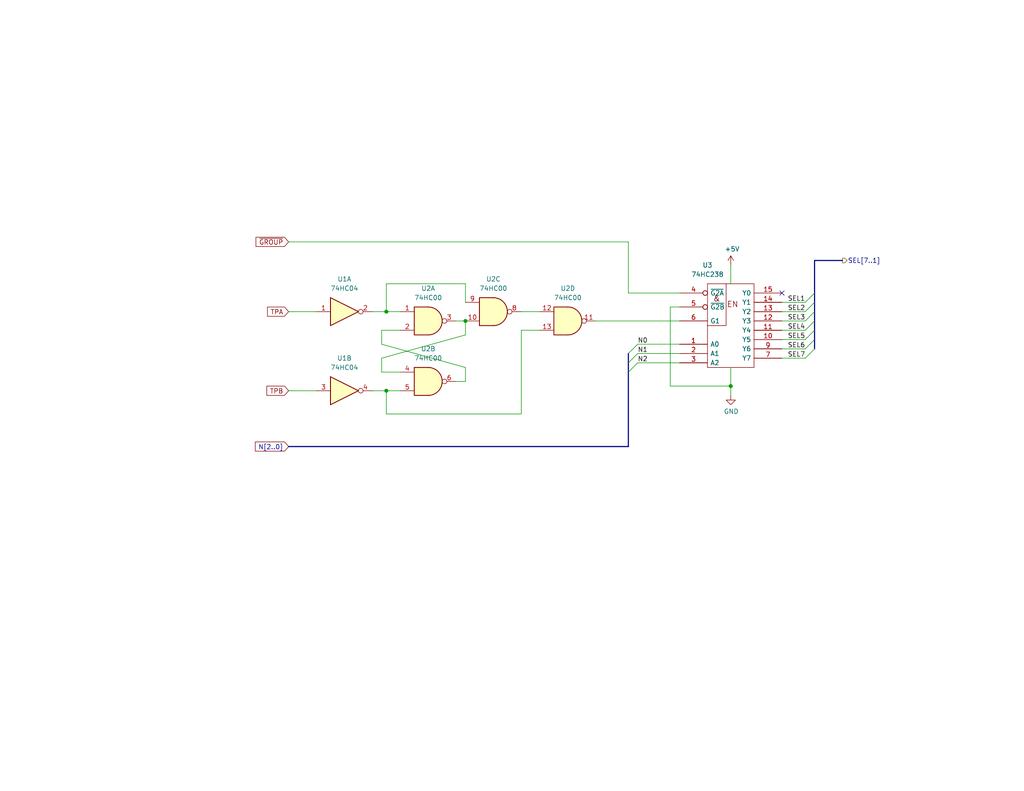
<source format=kicad_sch>
(kicad_sch (version 20211123) (generator eeschema)
  (paper "USLetter")
  (title_block (title "1802-Mini Parallel I/O"))
  (lib_symbols
    (symbol "74xx:74HC00" (pin_names (offset 1.016))
      (property "Reference" "U" (at 0 1.27 0))
      (property "Value" "74HC00" (at 0 -1.27 0))
      (symbol "74HC00_1_1"
        (arc (start 0 -3.81) (mid 3.81 0) (end 0 3.81) (stroke (width 0.254)) (fill (type background)))
        (polyline (pts (xy 0 3.81) (xy -3.81 3.81) (xy -3.81 -3.81) (xy 0 -3.81)) (stroke (width 0.254)) (fill (type background)))
        (pin input line (at -7.62 2.54 0) (length 3.81) (name "~") (number "1"))
        (pin input line (at -7.62 -2.54 0) (length 3.81) (name "~") (number "2"))
        (pin output inverted (at 7.62 0 180) (length 3.81) (name "~") (number "3"))
      )
      (symbol "74HC00_1_2"
        (arc (start -3.81 -3.81) (mid -2.589 0) (end -3.81 3.81) (stroke (width 0.254)))
        (arc (start -0.6096 -3.81) (mid 2.1842 -2.5851) (end 3.81 0) (stroke (width 0.254)) (fill (type background)))
        (polyline (pts (xy -3.81 -3.81) (xy -0.635 -3.81)) (stroke (width 0.254)) (fill (type background)))
        (polyline (pts (xy -3.81 3.81) (xy -0.635 3.81)) (stroke (width 0.254)) (fill (type background)))
        (polyline (pts (xy -0.635 3.81) (xy -3.81 3.81) (xy -3.81 3.81) (xy -3.556 3.4036) (xy -3.0226 2.2606) (xy -2.6924 1.0414) (xy -2.6162 -0.254) (xy -2.7686 -1.4986) (xy -3.175 -2.7178) (xy -3.81 -3.81) (xy -3.81 -3.81) (xy -0.635 -3.81)) (stroke (width -25.4)) (fill (type background)))
        (arc (start 3.81 0) (mid 2.1915 2.5936) (end -0.6096 3.81) (stroke (width 0.254)) (fill (type background)))
        (pin input inverted (at -7.62 2.54 0) (length 4.318) (name "~") (number "1"))
        (pin input inverted (at -7.62 -2.54 0) (length 4.318) (name "~") (number "2"))
        (pin output line (at 7.62 0 180) (length 3.81) (name "~") (number "3"))
      )
      (symbol "74HC00_2_1"
        (arc (start 0 -3.81) (mid 3.81 0) (end 0 3.81) (stroke (width 0.254)) (fill (type background)))
        (polyline (pts (xy 0 3.81) (xy -3.81 3.81) (xy -3.81 -3.81) (xy 0 -3.81)) (stroke (width 0.254)) (fill (type background)))
        (pin input line (at -7.62 2.54 0) (length 3.81) (name "~") (number "4"))
        (pin input line (at -7.62 -2.54 0) (length 3.81) (name "~") (number "5"))
        (pin output inverted (at 7.62 0 180) (length 3.81) (name "~") (number "6"))
      )
      (symbol "74HC00_2_2"
        (arc (start -3.81 -3.81) (mid -2.589 0) (end -3.81 3.81) (stroke (width 0.254)))
        (arc (start -0.6096 -3.81) (mid 2.1842 -2.5851) (end 3.81 0) (stroke (width 0.254)) (fill (type background)))
        (polyline (pts (xy -3.81 -3.81) (xy -0.635 -3.81)) (stroke (width 0.254)) (fill (type background)))
        (polyline (pts (xy -3.81 3.81) (xy -0.635 3.81)) (stroke (width 0.254)) (fill (type background)))
        (polyline (pts (xy -0.635 3.81) (xy -3.81 3.81) (xy -3.81 3.81) (xy -3.556 3.4036) (xy -3.0226 2.2606) (xy -2.6924 1.0414) (xy -2.6162 -0.254) (xy -2.7686 -1.4986) (xy -3.175 -2.7178) (xy -3.81 -3.81) (xy -3.81 -3.81) (xy -0.635 -3.81)) (stroke (width -25.4)) (fill (type background)))
        (arc (start 3.81 0) (mid 2.1915 2.5936) (end -0.6096 3.81) (stroke (width 0.254)) (fill (type background)))
        (pin input inverted (at -7.62 2.54 0) (length 4.318) (name "~") (number "4"))
        (pin input inverted (at -7.62 -2.54 0) (length 4.318) (name "~") (number "5"))
        (pin output line (at 7.62 0 180) (length 3.81) (name "~") (number "6"))
      )
      (symbol "74HC00_3_1"
        (arc (start 0 -3.81) (mid 3.81 0) (end 0 3.81) (stroke (width 0.254)) (fill (type background)))
        (polyline (pts (xy 0 3.81) (xy -3.81 3.81) (xy -3.81 -3.81) (xy 0 -3.81)) (stroke (width 0.254)) (fill (type background)))
        (pin input line (at -7.62 -2.54 0) (length 3.81) (name "~") (number "10"))
        (pin output inverted (at 7.62 0 180) (length 3.81) (name "~") (number "8"))
        (pin input line (at -7.62 2.54 0) (length 3.81) (name "~") (number "9"))
      )
      (symbol "74HC00_3_2"
        (arc (start -3.81 -3.81) (mid -2.589 0) (end -3.81 3.81) (stroke (width 0.254)))
        (arc (start -0.6096 -3.81) (mid 2.1842 -2.5851) (end 3.81 0) (stroke (width 0.254)) (fill (type background)))
        (polyline (pts (xy -3.81 -3.81) (xy -0.635 -3.81)) (stroke (width 0.254)) (fill (type background)))
        (polyline (pts (xy -3.81 3.81) (xy -0.635 3.81)) (stroke (width 0.254)) (fill (type background)))
        (polyline (pts (xy -0.635 3.81) (xy -3.81 3.81) (xy -3.81 3.81) (xy -3.556 3.4036) (xy -3.0226 2.2606) (xy -2.6924 1.0414) (xy -2.6162 -0.254) (xy -2.7686 -1.4986) (xy -3.175 -2.7178) (xy -3.81 -3.81) (xy -3.81 -3.81) (xy -0.635 -3.81)) (stroke (width -25.4)) (fill (type background)))
        (arc (start 3.81 0) (mid 2.1915 2.5936) (end -0.6096 3.81) (stroke (width 0.254)) (fill (type background)))
        (pin input inverted (at -7.62 -2.54 0) (length 4.318) (name "~") (number "10"))
        (pin output line (at 7.62 0 180) (length 3.81) (name "~") (number "8"))
        (pin input inverted (at -7.62 2.54 0) (length 4.318) (name "~") (number "9"))
      )
      (symbol "74HC00_4_1"
        (arc (start 0 -3.81) (mid 3.81 0) (end 0 3.81) (stroke (width 0.254)) (fill (type background)))
        (polyline (pts (xy 0 3.81) (xy -3.81 3.81) (xy -3.81 -3.81) (xy 0 -3.81)) (stroke (width 0.254)) (fill (type background)))
        (pin output inverted (at 7.62 0 180) (length 3.81) (name "~") (number "11"))
        (pin input line (at -7.62 2.54 0) (length 3.81) (name "~") (number "12"))
        (pin input line (at -7.62 -2.54 0) (length 3.81) (name "~") (number "13"))
      )
      (symbol "74HC00_4_2"
        (arc (start -3.81 -3.81) (mid -2.589 0) (end -3.81 3.81) (stroke (width 0.254)))
        (arc (start -0.6096 -3.81) (mid 2.1842 -2.5851) (end 3.81 0) (stroke (width 0.254)) (fill (type background)))
        (polyline (pts (xy -3.81 -3.81) (xy -0.635 -3.81)) (stroke (width 0.254)) (fill (type background)))
        (polyline (pts (xy -3.81 3.81) (xy -0.635 3.81)) (stroke (width 0.254)) (fill (type background)))
        (polyline (pts (xy -0.635 3.81) (xy -3.81 3.81) (xy -3.81 3.81) (xy -3.556 3.4036) (xy -3.0226 2.2606) (xy -2.6924 1.0414) (xy -2.6162 -0.254) (xy -2.7686 -1.4986) (xy -3.175 -2.7178) (xy -3.81 -3.81) (xy -3.81 -3.81) (xy -0.635 -3.81)) (stroke (width -25.4)) (fill (type background)))
        (arc (start 3.81 0) (mid 2.1915 2.5936) (end -0.6096 3.81) (stroke (width 0.254)) (fill (type background)))
        (pin output line (at 7.62 0 180) (length 3.81) (name "~") (number "11"))
        (pin input inverted (at -7.62 2.54 0) (length 4.318) (name "~") (number "12"))
        (pin input inverted (at -7.62 -2.54 0) (length 4.318) (name "~") (number "13"))
      )
      (symbol "74HC00_5_0"
        (pin power_in line (at 0 12.7 270) (length 5.08) (name "VCC") (number "14"))
        (pin power_in line (at 0 -12.7 90) (length 5.08) (name "GND") (number "7"))
      )
      (symbol "74HC00_5_1"
        (rectangle (start -5.08 7.62) (end 5.08 -7.62) (stroke (width 0.254)) (fill (type background)))
      )
    )
    (symbol "74xx:74HC04"
      (property "Reference" "U" (at 0 1.27 0))
      (property "Value" "74HC04" (at 0 -1.27 0))
      (symbol "74HC04_1_0"
        (polyline (pts (xy -3.81 3.81) (xy -3.81 -3.81) (xy 3.81 0) (xy -3.81 3.81)) (stroke (width 0.254)) (fill (type background)))
        (pin input line (at -7.62 0 0) (length 3.81) (name "~") (number "1"))
        (pin output inverted (at 7.62 0 180) (length 3.81) (name "~") (number "2"))
      )
      (symbol "74HC04_2_0"
        (polyline (pts (xy -3.81 3.81) (xy -3.81 -3.81) (xy 3.81 0) (xy -3.81 3.81)) (stroke (width 0.254)) (fill (type background)))
        (pin input line (at -7.62 0 0) (length 3.81) (name "~") (number "3"))
        (pin output inverted (at 7.62 0 180) (length 3.81) (name "~") (number "4"))
      )
      (symbol "74HC04_3_0"
        (polyline (pts (xy -3.81 3.81) (xy -3.81 -3.81) (xy 3.81 0) (xy -3.81 3.81)) (stroke (width 0.254)) (fill (type background)))
        (pin input line (at -7.62 0 0) (length 3.81) (name "~") (number "5"))
        (pin output inverted (at 7.62 0 180) (length 3.81) (name "~") (number "6"))
      )
      (symbol "74HC04_4_0"
        (polyline (pts (xy -3.81 3.81) (xy -3.81 -3.81) (xy 3.81 0) (xy -3.81 3.81)) (stroke (width 0.254)) (fill (type background)))
        (pin output inverted (at 7.62 0 180) (length 3.81) (name "~") (number "8"))
        (pin input line (at -7.62 0 0) (length 3.81) (name "~") (number "9"))
      )
      (symbol "74HC04_5_0"
        (polyline (pts (xy -3.81 3.81) (xy -3.81 -3.81) (xy 3.81 0) (xy -3.81 3.81)) (stroke (width 0.254)) (fill (type background)))
        (pin output inverted (at 7.62 0 180) (length 3.81) (name "~") (number "10"))
        (pin input line (at -7.62 0 0) (length 3.81) (name "~") (number "11"))
      )
      (symbol "74HC04_6_0"
        (polyline (pts (xy -3.81 3.81) (xy -3.81 -3.81) (xy 3.81 0) (xy -3.81 3.81)) (stroke (width 0.254)) (fill (type background)))
        (pin output inverted (at 7.62 0 180) (length 3.81) (name "~") (number "12"))
        (pin input line (at -7.62 0 0) (length 3.81) (name "~") (number "13"))
      )
      (symbol "74HC04_7_0"
        (pin power_in line (at 0 12.7 270) (length 5.08) (name "VCC") (number "14"))
        (pin power_in line (at 0 -12.7 90) (length 5.08) (name "GND") (number "7"))
      )
      (symbol "74HC04_7_1"
        (rectangle (start -5.08 7.62) (end 5.08 -7.62) (stroke (width 0.254)) (fill (type background)))
      )
    )
    (symbol "74xx_IEEE:74HC238" (pin_names (offset 0.762))
      (property "Reference" "U" (at 3.81 8.89 0))
      (property "Value" "74HC238" (at 8.89 -16.51 0))
      (symbol "74HC238_0_0"
        (text "&" (at -3.81 3.556 0) (effects (font (size 1.524 1.524))))
        (text "EN" (at 0.508 2.032 0) (effects (font (size 1.524 1.524))))
        (pin power_in line (at 0 7.62 270) (length 0) hide (name "VCC") (number "16"))
      )
      (symbol "74HC238_0_1"
        (rectangle (start -6.35 7.62) (end 6.35 -15.24))
        (polyline (pts (xy -1.27 7.62) (xy -1.27 -3.81) (xy -6.35 -3.81) (xy -6.35 -3.81)))
      )
      (symbol "74HC238_1_1"
        (pin input line (at -13.97 -8.89 0) (length 7.62) (name "A0") (number "1"))
        (pin output line (at 13.97 -7.62 180) (length 7.62) (name "Y5") (number "10"))
        (pin output line (at 13.97 -5.08 180) (length 7.62) (name "Y4") (number "11"))
        (pin output line (at 13.97 -2.54 180) (length 7.62) (name "Y3") (number "12"))
        (pin output line (at 13.97 0 180) (length 7.62) (name "Y2") (number "13"))
        (pin output line (at 13.97 2.54 180) (length 7.62) (name "Y1") (number "14"))
        (pin output line (at 13.97 5.08 180) (length 7.62) (name "Y0") (number "15"))
        (pin input line (at -13.97 -11.43 0) (length 7.62) (name "A1") (number "2"))
        (pin input line (at -13.97 -13.97 0) (length 7.62) (name "A2") (number "3"))
        (pin input inverted (at -13.97 5.08 0) (length 7.62) (name "~{G2A}") (number "4"))
        (pin input inverted (at -13.97 1.27 0) (length 7.62) (name "~{G2B}") (number "5"))
        (pin input line (at -13.97 -2.54 0) (length 7.62) (name "G1") (number "6"))
        (pin output line (at 13.97 -12.7 180) (length 7.62) (name "Y7") (number "7"))
        (pin power_in line (at 0 -15.24 90) (length 0) hide (name "GND") (number "8"))
        (pin output line (at 13.97 -10.16 180) (length 7.62) (name "Y6") (number "9"))
      )
    )
    (symbol "power:+5V" (power) (pin_names (offset 0))
      (property "Value" "+5V" (at 0 3.556 0))
      (symbol "+5V_0_1"
        (polyline (pts (xy -0.762 1.27) (xy 0 2.54)))
        (polyline (pts (xy 0 0) (xy 0 2.54)))
        (polyline (pts (xy 0 2.54) (xy 0.762 1.27)))
      )
      (symbol "+5V_1_1"
        (pin power_in line (at 0 0 90) (length 0) hide (name "+5V") (number "1"))
      )
    )
    (symbol "power:GND" (power) (pin_names (offset 0))
      (property "Value" "GND" (at 0 -3.81 0))
      (symbol "GND_0_1"
        (polyline (pts (xy 0 0) (xy 0 -1.27) (xy 1.27 -1.27) (xy 0 -2.54) (xy -1.27 -1.27) (xy 0 -1.27)))
      )
      (symbol "GND_1_1"
        (pin power_in line (at 0 0 270) (length 0) hide (name "GND") (number "1"))
      )
    )
  )
  (junction (at 199.39 105.41))
  (junction (at 105.41 106.68))
  (junction (at 105.41 85.09))
  (junction (at 127 87.63))
  (no_connect (at 213.36 80.01))
  (bus_entry (at 219.71 85.09) (size 2.54 -2.54))
  (bus_entry (at 219.71 95.25) (size 2.54 -2.54))
  (bus_entry (at 171.45 101.6) (size 2.54 -2.54))
  (bus_entry (at 171.45 99.06) (size 2.54 -2.54))
  (bus_entry (at 219.71 90.17) (size 2.54 -2.54))
  (bus_entry (at 171.45 96.52) (size 2.54 -2.54))
  (bus_entry (at 219.71 87.63) (size 2.54 -2.54))
  (bus_entry (at 219.71 92.71) (size 2.54 -2.54))
  (bus_entry (at 219.71 97.79) (size 2.54 -2.54))
  (bus_entry (at 219.71 82.55) (size 2.54 -2.54))
  (wire (pts (xy 142.24 85.09) (xy 147.32 85.09)))
  (wire (pts (xy 105.41 113.03) (xy 105.41 106.68)))
  (wire (pts (xy 127 91.44) (xy 127 87.63)))
  (wire (pts (xy 171.45 80.01) (xy 185.42 80.01)))
  (bus (pts (xy 222.25 71.12) (xy 229.87 71.12)))
  (wire (pts (xy 101.6 85.09) (xy 105.41 85.09)))
  (wire (pts (xy 185.42 83.82) (xy 182.88 83.82)))
  (bus (pts (xy 222.25 71.12) (xy 222.25 80.01)))
  (wire (pts (xy 173.99 99.06) (xy 185.42 99.06)))
  (bus (pts (xy 222.25 90.17) (xy 222.25 92.71)))
  (wire (pts (xy 213.36 85.09) (xy 219.71 85.09)))
  (wire (pts (xy 124.46 87.63) (xy 127 87.63)))
  (wire (pts (xy 142.24 113.03) (xy 142.24 90.17)))
  (bus (pts (xy 222.25 92.71) (xy 222.25 95.25)))
  (bus (pts (xy 222.25 80.01) (xy 222.25 82.55)))
  (wire (pts (xy 78.74 106.68) (xy 86.36 106.68)))
  (wire (pts (xy 104.14 97.79) (xy 127 91.44)))
  (wire (pts (xy 142.24 90.17) (xy 147.32 90.17)))
  (wire (pts (xy 199.39 72.39) (xy 199.39 77.47)))
  (wire (pts (xy 127 82.55) (xy 127 77.47)))
  (wire (pts (xy 171.45 66.04) (xy 171.45 80.01)))
  (wire (pts (xy 199.39 105.41) (xy 199.39 107.95)))
  (bus (pts (xy 78.74 121.92) (xy 171.45 121.92)))
  (wire (pts (xy 101.6 106.68) (xy 105.41 106.68)))
  (wire (pts (xy 105.41 77.47) (xy 105.41 85.09)))
  (wire (pts (xy 105.41 85.09) (xy 109.22 85.09)))
  (wire (pts (xy 182.88 105.41) (xy 199.39 105.41)))
  (wire (pts (xy 127 100.33) (xy 104.14 93.98)))
  (bus (pts (xy 222.25 85.09) (xy 222.25 87.63)))
  (wire (pts (xy 104.14 90.17) (xy 104.14 93.98)))
  (wire (pts (xy 173.99 93.98) (xy 185.42 93.98)))
  (wire (pts (xy 213.36 95.25) (xy 219.71 95.25)))
  (wire (pts (xy 213.36 87.63) (xy 219.71 87.63)))
  (wire (pts (xy 127 77.47) (xy 105.41 77.47)))
  (wire (pts (xy 105.41 106.68) (xy 109.22 106.68)))
  (wire (pts (xy 78.74 85.09) (xy 86.36 85.09)))
  (wire (pts (xy 142.24 113.03) (xy 105.41 113.03)))
  (wire (pts (xy 182.88 83.82) (xy 182.88 105.41)))
  (bus (pts (xy 171.45 101.6) (xy 171.45 121.92)))
  (wire (pts (xy 124.46 104.14) (xy 127 104.14)))
  (wire (pts (xy 213.36 82.55) (xy 219.71 82.55)))
  (wire (pts (xy 199.39 100.33) (xy 199.39 105.41)))
  (wire (pts (xy 127 104.14) (xy 127 100.33)))
  (wire (pts (xy 173.99 96.52) (xy 185.42 96.52)))
  (wire (pts (xy 213.36 97.79) (xy 219.71 97.79)))
  (wire (pts (xy 109.22 101.6) (xy 104.14 101.6)))
  (bus (pts (xy 222.25 87.63) (xy 222.25 90.17)))
  (bus (pts (xy 171.45 96.52) (xy 171.45 99.06)))
  (wire (pts (xy 213.36 92.71) (xy 219.71 92.71)))
  (bus (pts (xy 171.45 99.06) (xy 171.45 101.6)))
  (wire (pts (xy 109.22 90.17) (xy 104.14 90.17)))
  (wire (pts (xy 104.14 101.6) (xy 104.14 97.79)))
  (wire (pts (xy 162.56 87.63) (xy 185.42 87.63)))
  (wire (pts (xy 213.36 90.17) (xy 219.71 90.17)))
  (bus (pts (xy 222.25 82.55) (xy 222.25 85.09)))
  (wire (pts (xy 78.74 66.04) (xy 171.45 66.04)))
  (label "SEL4" (at 219.71 90.17 180))
  (label "N2" (at 173.99 99.06 0))
  (label "N1" (at 173.99 96.52 0))
  (label "SEL2" (at 219.71 85.09 180))
  (label "SEL5" (at 219.71 92.71 180))
  (label "N0" (at 173.99 93.98 0))
  (label "SEL1" (at 219.71 82.55 180))
  (label "SEL7" (at 219.71 97.79 180))
  (label "SEL6" (at 219.71 95.25 180))
  (label "SEL3" (at 219.71 87.63 180))
  (global_label "N[2..0]" (shape input) (at 78.74 121.92 180) (property "Intersheet References" "${INTERSHEET_REFS}" (effects hide)))
  (global_label "TPA" (shape input) (at 78.74 85.09 180) (property "Intersheet References" "${INTERSHEET_REFS}" (effects hide)))
  (global_label "TPB" (shape input) (at 78.74 106.68 180) (property "Intersheet References" "${INTERSHEET_REFS}" (effects hide)))
  (global_label "~{GROUP}" (shape input) (at 78.74 66.04 180) (property "Intersheet References" "${INTERSHEET_REFS}" (effects hide)))
  (hierarchical_label "SEL[7..1]" (shape output) (at 229.87 71.12 0))
  (symbol (lib_id "74xx:74HC00") (at 116.84 104.14 0) (unit 2)
    (property "Reference" "U2" (at 116.84 95.25 0))
    (property "Value" "74HC00" (at 116.84 97.79 0))
    (property "Footprint" "Package_DIP:DIP-14_W7.62mm_Socket" (effects hide))
    (property "Datasheet" "http://www.ti.com/lit/gpn/sn74hc00" (effects hide))
  )
  (symbol (lib_id "74xx:74HC00") (at 134.62 85.09 0) (unit 3)
    (property "Reference" "U2" (at 134.62 76.2 0))
    (property "Value" "74HC00" (at 134.62 78.74 0))
    (property "Footprint" "Package_DIP:DIP-14_W7.62mm_Socket" (effects hide))
    (property "Datasheet" "http://www.ti.com/lit/gpn/sn74hc00" (effects hide))
  )
  (symbol (lib_id "power:+5V") (at 199.39 72.39 0) (unit 1)
    (property "Reference" "#PWR04" (effects hide))
    (property "Value" "~" (at 199.771 67.9958 0))
  )
  (symbol (lib_id "74xx:74HC00") (at 116.84 87.63 0) (unit 1)
    (property "Reference" "U2" (at 116.84 78.74 0))
    (property "Value" "74HC00" (at 116.84 81.28 0))
    (property "Footprint" "Package_DIP:DIP-14_W7.62mm_Socket" (effects hide))
    (property "Datasheet" "http://www.ti.com/lit/gpn/sn74hc00" (effects hide))
  )
  (symbol (lib_id "74xx:74HC04") (at 93.98 85.09 0) (unit 1)
    (property "Reference" "U1" (at 93.98 76.2 0))
    (property "Value" "74HC04" (at 93.98 78.74 0))
    (property "Footprint" "Package_DIP:DIP-14_W7.62mm_Socket" (effects hide))
    (property "Datasheet" "https://assets.nexperia.com/documents/data-sheet/74HC_HCT04.pdf" (effects hide))
  )
  (symbol (lib_id "74xx_IEEE:74HC238") (at 199.39 85.09 0) (unit 1)
    (property "Reference" "U3" (at 193.04 72.39 0))
    (property "Value" "74HC238" (at 193.04 74.93 0))
    (property "Footprint" "Package_DIP:DIP-16_W7.62mm_Socket" (effects hide))
  )
  (symbol (lib_id "power:GND") (at 199.39 107.95 0) (unit 1)
    (property "Reference" "#PWR05" (effects hide))
    (property "Value" "~" (at 199.517 112.3442 0))
  )
  (symbol (lib_id "74xx:74HC04") (at 93.98 106.68 0) (unit 2)
    (property "Reference" "U1" (at 93.98 97.79 0))
    (property "Value" "74HC04" (at 93.98 100.33 0))
    (property "Footprint" "Package_DIP:DIP-14_W7.62mm_Socket" (effects hide))
    (property "Datasheet" "https://assets.nexperia.com/documents/data-sheet/74HC_HCT04.pdf" (effects hide))
  )
  (symbol (lib_id "74xx:74HC00") (at 154.94 87.63 0) (unit 4)
    (property "Reference" "U2" (at 154.94 78.74 0))
    (property "Value" "74HC00" (at 154.94 81.28 0))
    (property "Footprint" "Package_DIP:DIP-14_W7.62mm_Socket" (effects hide))
    (property "Datasheet" "http://www.ti.com/lit/gpn/sn74hc00" (effects hide))
  )
)
</source>
